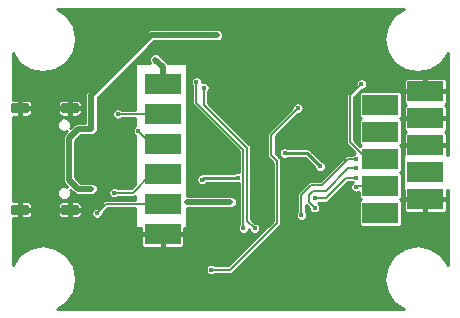
<source format=gbl>
G04*
G04  File:            QL_PICOVGA_V2.GBL, Sun Mar 30 12:24:59 2025*
G04  Format:          Gerber Format (RS-274-D), ASCII*
G04*
G04  Format Options:  Absolute Positioning*
G04                   Leading-Zero Suppression*
G04                   Scale Factor 1:1*
G04                   NO Circular Interpolation*
G04                   Inch Units*
G04                   Numeric Format: 4.4 (XXXX.XXXX)*
G04                   G54 NOT Used for Aperture Change*
G04                   Apertures Embedded*
G04*
G04  File Options:    Offset = (0.0mil,0.0mil)*
G04                   Drill Symbol Size = 80.0mil*
G04                   No Pad/Via Holes*
G04*
G04  File Contents:   Pads*
G04                   Vias*
G04                   No Designators*
G04                   No Types*
G04                   No Values*
G04                   No Drill Symbols*
G04                   Bottom*
G04*
%INQL_PICOVGA_V2.GBL*%
%ICAS*%
%MOIN*%
G04*
G04  Aperture MACROs for general use --- invoked via D-code assignment *
G04*
G04  General MACRO for flashed round with rotation and/or offset hole *
%AMROTOFFROUND*
1,1,$1,0.0000,0.0000*
1,0,$2,$3,$4*%
G04*
G04  General MACRO for flashed oval (obround) with rotation and/or offset hole *
%AMROTOFFOVAL*
21,1,$1,$2,0.0000,0.0000,$3*
1,1,$4,$5,$6*
1,1,$4,0-$5,0-$6*
1,0,$7,$8,$9*%
G04*
G04  General MACRO for flashed oval (obround) with rotation and no hole *
%AMROTOVALNOHOLE*
21,1,$1,$2,0.0000,0.0000,$3*
1,1,$4,$5,$6*
1,1,$4,0-$5,0-$6*%
G04*
G04  General MACRO for flashed rectangle with rotation and/or offset hole *
%AMROTOFFRECT*
21,1,$1,$2,0.0000,0.0000,$3*
1,0,$4,$5,$6*%
G04*
G04  General MACRO for flashed rectangle with rotation and no hole *
%AMROTRECTNOHOLE*
21,1,$1,$2,0.0000,0.0000,$3*%
G04*
G04  General MACRO for flashed rounded-rectangle *
%AMROUNDRECT*
21,1,$1,$2-$4,0.0000,0.0000,$3*
21,1,$1-$4,$2,0.0000,0.0000,$3*
1,1,$4,$5,$6*
1,1,$4,$7,$8*
1,1,$4,0-$5,0-$6*
1,1,$4,0-$7,0-$8*
1,0,$9,$10,$11*%
G04*
G04  General MACRO for flashed rounded-rectangle with rotation and no hole *
%AMROUNDRECTNOHOLE*
21,1,$1,$2-$4,0.0000,0.0000,$3*
21,1,$1-$4,$2,0.0000,0.0000,$3*
1,1,$4,$5,$6*
1,1,$4,$7,$8*
1,1,$4,0-$5,0-$6*
1,1,$4,0-$7,0-$8*%
G04*
G04  General MACRO for flashed regular polygon *
%AMREGPOLY*
5,1,$1,0.0000,0.0000,$2,$3+$4*
1,0,$5,$6,$7*%
G04*
G04  General MACRO for flashed regular polygon with no hole *
%AMREGPOLYNOHOLE*
5,1,$1,0.0000,0.0000,$2,$3+$4*%
G04*
G04  General MACRO for target *
%AMTARGET*
6,0,0,$1,$2,$3,4,$4,$5,$6*%
G04*
G04  General MACRO for mounting hole *
%AMMTHOLE*
1,1,$1,0,0*
1,0,$2,0,0*
$1=$1-$2*
$1=$1/2*
21,1,$2+$1,$3,0,0,$4*
21,1,$3,$2+$1,0,0,$4*%
G04*
G04*
G04  D10 : "Ellipse X4.0mil Y4.0mil H0.0mil 0.0deg (0.0mil,0.0mil) Draw"*
G04  Disc: OuterDia=0.0040*
%ADD10C, 0.0040*%
G04  D11 : "Ellipse X10.0mil Y10.0mil H0.0mil 0.0deg (0.0mil,0.0mil) Draw"*
G04  Disc: OuterDia=0.0100*
%ADD11C, 0.0100*%
G04  D12 : "Ellipse X11.0mil Y11.0mil H0.0mil 0.0deg (0.0mil,0.0mil) Draw"*
G04  Disc: OuterDia=0.0110*
%ADD12C, 0.0110*%
G04  D13 : "Ellipse X12.0mil Y12.0mil H0.0mil 0.0deg (0.0mil,0.0mil) Draw"*
G04  Disc: OuterDia=0.0120*
%ADD13C, 0.0120*%
G04  D14 : "Ellipse X14.0mil Y14.0mil H0.0mil 0.0deg (0.0mil,0.0mil) Draw"*
G04  Disc: OuterDia=0.0140*
%ADD14C, 0.0140*%
G04  D15 : "Ellipse X15.0mil Y15.0mil H0.0mil 0.0deg (0.0mil,0.0mil) Draw"*
G04  Disc: OuterDia=0.0150*
%ADD15C, 0.0150*%
G04  D16 : "Ellipse X16.0mil Y16.0mil H0.0mil 0.0deg (0.0mil,0.0mil) Draw"*
G04  Disc: OuterDia=0.0160*
%ADD16C, 0.0160*%
G04  D17 : "Ellipse X2.0mil Y2.0mil H0.0mil 0.0deg (0.0mil,0.0mil) Draw"*
G04  Disc: OuterDia=0.0020*
%ADD17C, 0.0020*%
G04  D18 : "Ellipse X2.0mil Y2.0mil H0.0mil 0.0deg (0.0mil,0.0mil) Draw"*
G04  Disc: OuterDia=0.0020*
%ADD18C, 0.0020*%
G04  D19 : "Ellipse X20.0mil Y20.0mil H0.0mil 0.0deg (0.0mil,0.0mil) Draw"*
G04  Disc: OuterDia=0.0200*
%ADD19C, 0.0200*%
G04  D20 : "Ellipse X32.0mil Y32.0mil H0.0mil 0.0deg (0.0mil,0.0mil) Draw"*
G04  Disc: OuterDia=0.0320*
%ADD20C, 0.0320*%
G04  D21 : "Ellipse X6.0mil Y6.0mil H0.0mil 0.0deg (0.0mil,0.0mil) Draw"*
G04  Disc: OuterDia=0.0060*
%ADD21C, 0.0060*%
G04  D22 : "Ellipse X8.0mil Y8.0mil H0.0mil 0.0deg (0.0mil,0.0mil) Draw"*
G04  Disc: OuterDia=0.0080*
%ADD22C, 0.0080*%
G04  D23 : "Ellipse X196.9mil Y196.9mil H0.0mil 0.0deg (0.0mil,0.0mil) Flash"*
G04  Disc: OuterDia=0.1969*
%ADD23C, 0.1969*%
G04  D24 : "Ellipse X25.6mil Y25.6mil H0.0mil 0.0deg (0.0mil,0.0mil) Flash"*
G04  Disc: OuterDia=0.0256*
%ADD24C, 0.0256*%
G04  D25 : "Ellipse X30.0mil Y30.0mil H0.0mil 0.0deg (0.0mil,0.0mil) Flash"*
G04  Disc: OuterDia=0.0300*
%ADD25C, 0.0300*%
G04  D26 : "Mounting Hole X196.9mil Y196.9mil H0.0mil 0.0deg (0.0mil,0.0mil) Flash"*
G04  Mounting Hole: Diameter=0.1969, Rotation=0.0, LineWidth=0.0050 *
%ADD26MTHOLE, 0.1969 X0.1769 X0.0050 X0.0*%
G04  D27 : "Mounting Hole X25.6mil Y25.6mil H0.0mil 0.0deg (0.0mil,0.0mil) Flash"*
G04  Mounting Hole: Diameter=0.0256, Rotation=0.0, LineWidth=0.0050 *
%ADD27MTHOLE, 0.0256 X0.0056 X0.0050 X0.0*%
G04  D28 : "Rounded Rectangle X59.1mil Y35.4mil H0.0mil 0.0deg (0.0mil,0.0mil) Flash"*
G04  RoundRct: DimX=0.0591, DimY=0.0354, CornerRad=0.0089, Rotation=0.0, OffsetX=0.0000, OffsetY=0.0000, HoleDia=0.0000 *
%ADD28ROUNDRECTNOHOLE, 0.0591 X0.0354 X0.0 X0.0177 X-0.0207 X-0.0089 X-0.0207 X0.0089*%
G04  D29 : "Rounded Rectangle X70.9mil Y39.4mil H0.0mil 0.0deg (0.0mil,0.0mil) Flash"*
G04  RoundRct: DimX=0.0709, DimY=0.0394, CornerRad=0.0098, Rotation=0.0, OffsetX=0.0000, OffsetY=0.0000, HoleDia=0.0000 *
%ADD29ROUNDRECTNOHOLE, 0.0709 X0.0394 X0.0 X0.0197 X-0.0256 X-0.0098 X-0.0256 X0.0098*%
G04  D30 : "Rounded Rectangle X82.7mil Y39.4mil H0.0mil 0.0deg (0.0mil,0.0mil) Flash"*
G04  RoundRct: DimX=0.0827, DimY=0.0394, CornerRad=0.0098, Rotation=0.0, OffsetX=0.0000, OffsetY=0.0000, HoleDia=0.0000 *
%ADD30ROUNDRECTNOHOLE, 0.0827 X0.0394 X0.0 X0.0197 X-0.0315 X-0.0098 X-0.0315 X0.0098*%
G04  D31 : "Rectangle X45.3mil Y11.8mil H0.0mil 0.0deg (0.0mil,0.0mil) Flash"*
G04  Rectangular: DimX=0.0453, DimY=0.0118, Rotation=0.0, OffsetX=0.0000, OffsetY=0.0000, HoleDia=0.0000 *
%ADD31R, 0.0453 X0.0118*%
G04  D32 : "Rectangle X120.0mil Y70.0mil H0.0mil 0.0deg (0.0mil,0.0mil) Flash"*
G04  Rectangular: DimX=0.1200, DimY=0.0700, Rotation=0.0, OffsetX=0.0000, OffsetY=0.0000, HoleDia=0.0000 *
%ADD32R, 0.1200 X0.0700*%
G04  D33 : "Rectangle X126.0mil Y126.0mil H0.0mil 0.0deg (0.0mil,0.0mil) Flash"*
G04  Square: Side=0.1260, Rotation=0.0, OffsetX=0.0000, OffsetY=0.0000, HoleDia=0.0000*
%ADD33R, 0.1260 X0.1260*%
G04  D34 : "Rectangle X129.9mil Y129.9mil H0.0mil 0.0deg (0.0mil,0.0mil) Flash"*
G04  Square: Side=0.1299, Rotation=0.0, OffsetX=0.0000, OffsetY=0.0000, HoleDia=0.0000*
%ADD34R, 0.1299 X0.1299*%
G04  D35 : "Rectangle X45.3mil Y23.6mil H0.0mil 0.0deg (0.0mil,0.0mil) Flash"*
G04  Rectangular: DimX=0.0453, DimY=0.0236, Rotation=0.0, OffsetX=0.0000, OffsetY=0.0000, HoleDia=0.0000 *
%ADD35R, 0.0453 X0.0236*%
G04  D36 : "Rectangle X32.0mil Y32.0mil H0.0mil 0.0deg (0.0mil,0.0mil) Flash"*
G04  Square: Side=0.0320, Rotation=0.0, OffsetX=0.0000, OffsetY=0.0000, HoleDia=0.0000*
%ADD36R, 0.0320 X0.0320*%
G04  D37 : "Rectangle X35.4mil Y11.8mil H0.0mil 0.0deg (0.0mil,0.0mil) Flash"*
G04  Rectangular: DimX=0.0354, DimY=0.0118, Rotation=0.0, OffsetX=0.0000, OffsetY=0.0000, HoleDia=0.0000 *
%ADD37R, 0.0354 X0.0118*%
G04  D38 : "Rectangle X35.4mil Y7.9mil H0.0mil 0.0deg (0.0mil,0.0mil) Flash"*
G04  Rectangular: DimX=0.0354, DimY=0.0079, Rotation=0.0, OffsetX=0.0000, OffsetY=0.0000, HoleDia=0.0000 *
%ADD38R, 0.0354 X0.0079*%
G04  D39 : "Rectangle X7.9mil Y35.4mil H0.0mil 0.0deg (0.0mil,0.0mil) Flash"*
G04  Rectangular: DimX=0.0079, DimY=0.0354, Rotation=0.0, OffsetX=0.0000, OffsetY=0.0000, HoleDia=0.0000 *
%ADD39R, 0.0079 X0.0354*%
G04  D40 : "Rectangle X22.0mil Y40.0mil H0.0mil 0.0deg (0.0mil,0.0mil) Flash"*
G04  Rectangular: DimX=0.0220, DimY=0.0400, Rotation=0.0, OffsetX=0.0000, OffsetY=0.0000, HoleDia=0.0000 *
%ADD40R, 0.0220 X0.0400*%
G04  D41 : "Rectangle X60.0mil Y40.0mil H0.0mil 0.0deg (0.0mil,0.0mil) Flash"*
G04  Rectangular: DimX=0.0600, DimY=0.0400, Rotation=0.0, OffsetX=0.0000, OffsetY=0.0000, HoleDia=0.0000 *
%ADD41R, 0.0600 X0.0400*%
G04  D42 : "Rectangle X40.0mil Y50.0mil H0.0mil 0.0deg (0.0mil,0.0mil) Flash"*
G04  Rectangular: DimX=0.0400, DimY=0.0500, Rotation=0.0, OffsetX=0.0000, OffsetY=0.0000, HoleDia=0.0000 *
%ADD42R, 0.0400 X0.0500*%
G04  D43 : "Rectangle X55.1mil Y35.4mil H0.0mil 0.0deg (0.0mil,0.0mil) Flash"*
G04  Rectangular: DimX=0.0551, DimY=0.0354, Rotation=0.0, OffsetX=0.0000, OffsetY=0.0000, HoleDia=0.0000 *
%ADD43R, 0.0551 X0.0354*%
G04  D44 : "Rectangle X9.8mil Y65.0mil H0.0mil 0.0deg (0.0mil,0.0mil) Flash"*
G04  Rectangular: DimX=0.0098, DimY=0.0650, Rotation=0.0, OffsetX=0.0000, OffsetY=0.0000, HoleDia=0.0000 *
%ADD44R, 0.0098 X0.0650*%
G04  D45 : "Ellipse X16.0mil Y16.0mil H0.0mil 0.0deg (0.0mil,0.0mil) Flash"*
G04  Disc: OuterDia=0.0160*
%ADD45C, 0.0160*%
G04*
%FSLAX44Y44*%
%SFA1B1*%
%OFA0.0000B0.0000*%
G04*
G70*
G90*
G01*
D2*
%LNBottom*%
D21*
X17375Y15500*
X17062Y15187D1*
D2*
D19*
X16125Y17687*
Y16312D1*
X16437Y16000*
X16875*
X17562Y20312D2*
D1*
D2*
D12*
X20625Y16375*
X20562Y16312D1*
D2*
D21*
X18875Y17500*
X19250D1*
X18437Y17937D2*
X18875Y17500D1*
X19250Y16500D2*
X18875D1*
X18250Y15875*
D2*
D19*
X19250Y19500*
Y20062D1*
X19000Y20312*
D2*
D21*
X20625Y18812*
Y19375D1*
X20375Y18875D2*
Y19562D1*
X22312Y14687D2*
X22062Y14937D1*
X21500Y13312D2*
X23062Y14875D1*
X22875Y17812D2*
Y17125D1*
X23062Y16937*
X23875Y15812D2*
Y15125D1*
D2*
D19*
X22437Y19687*
D1*
D2*
D21*
X25687Y16375*
X25375D1*
X25437Y16687D2*
X25687D1*
X25437Y17000D2*
X25687D1*
X26500D2*
X26062D1*
X25500Y17562*
X25437Y17000D2*
X24562Y16125D1*
D2*
D12*
X24062Y17187*
X24500Y16750D1*
D2*
D21*
X24125Y15562*
X24312Y15375D1*
X25375Y16375D2*
X24687Y15687D1*
X24312*
X25437Y16687D2*
X24687Y15937D1*
X24250*
X24125Y15812D2*
Y15562D1*
X24250Y15937D2*
X24125Y15812D1*
X24562Y16125D2*
X24187D1*
X26500Y16100D2*
X25725D1*
X25687Y16062*
X25500Y19125D2*
X25875Y19500D1*
D2*
D19*
X16875Y18000*
X16437D1*
X16125Y17687*
X16875Y19125D2*
Y18000D1*
D2*
D21*
X22062Y17375*
Y14937D1*
X21937Y14687D2*
Y17312D1*
X23062Y14875D2*
Y16937D1*
X22875Y17812D2*
X23750Y18687D1*
X25500Y17562D2*
Y19125D1*
X20875Y13312D2*
X21500D1*
D2*
D12*
X23312Y17187*
X24062D1*
X21750Y16375D2*
X20625D1*
D2*
D21*
X17375Y15500*
X19250D1*
X18250Y15875D2*
X17625D1*
D2*
D19*
X21500Y15562*
X20062D1*
D2*
D21*
X24187Y16125*
X23875Y15812D1*
X17750Y18500D2*
X19250D1*
D2*
D19*
X21062Y21125*
X18875D1*
D2*
D21*
X22062Y17375*
X20625Y18812D1*
X21937Y17312D2*
X20375Y18875D1*
D2*
D19*
X18875Y21125*
X16875Y19125D1*
D2*
D11*
X27277Y22000*
X15722D1*
X16038Y21788*
X16280Y21426*
X16365Y21000*
X16280Y20573*
X16038Y20211*
X15676Y19969*
X15250Y19884*
X14823Y19969*
X14461Y20211*
X14250Y20527*
Y18975*
X14273Y18980*
X14726*
X14784Y18968*
X14849Y18924*
X14893Y18858*
X14905Y18801*
Y18584*
X14893Y18526*
X14849Y18461*
X14784Y18417*
X14726Y18405*
X14273*
X14250Y18410*
Y15589*
X14273Y15594*
X14726*
X14784Y15582*
X14849Y15538*
X14893Y15473*
X14905Y15415*
Y15198*
X14893Y15141*
X14849Y15075*
X14784Y15031*
X14726Y15019*
X14273*
X14250Y15024*
Y13472*
X14461Y13788*
X14823Y14030*
X15250Y14115*
X15676Y14030*
X16038Y13788*
X16280Y13426*
X16365Y13000*
X16280Y12573*
X16038Y12211*
X15722Y12000*
X27277*
X26961Y12211*
X26719Y12573*
X26634Y13000*
X26719Y13426*
X26961Y13788*
X27323Y14030*
X27750Y14115*
X28176Y14030*
X28538Y13788*
X28750Y13472*
Y15950*
X28710*
Y15289*
X28703Y15257*
X28679Y15220*
X28642Y15196*
X28610Y15190*
X27389*
X27357Y15196*
X27320Y15220*
X27296Y15257*
X27290Y15289*
Y15950*
X27250*
Y17137*
X27290*
Y17810*
X27296Y17842*
X27320Y17879*
X27351Y17900*
X27320Y17920*
X27296Y17957*
X27290Y17989*
Y18710*
X27296Y18742*
X27320Y18779*
X27351Y18800*
X27320Y18820*
X27296Y18857*
X27290Y18889*
Y19610*
X27296Y19642*
X27320Y19679*
X27357Y19703*
X27389Y19710*
X28610*
X28642Y19703*
X28679Y19679*
X28703Y19642*
X28710Y19610*
Y18889*
X28703Y18857*
X28679Y18820*
X28648Y18800*
X28679Y18779*
X28703Y18742*
X28710Y18710*
Y17989*
X28703Y17957*
X28679Y17920*
X28648Y17900*
X28679Y17879*
X28703Y17842*
X28710Y17810*
Y17137*
X28750*
Y20527*
X28538Y20211*
X28176Y19969*
X27750Y19884*
X27323Y19969*
X26961Y20211*
X26719Y20573*
X26634Y21000*
X26719Y21426*
X26961Y21788*
X27277Y22000*
X19118Y20490D2*
X19421Y20187D1*
X20062*
Y15772*
X21541*
X21618Y15740*
X21678Y15681*
X21710Y15604*
Y15520*
X21678Y15443*
X21618Y15384*
X21541Y15352*
X20062*
Y14687*
X19960*
Y14139*
X19953Y14107*
X19929Y14070*
X19892Y14046*
X19860Y14040*
X18639*
X18607Y14046*
X18570Y14070*
X18546Y14107*
X18540Y14139*
Y14687*
X18312*
Y15360*
X17432*
X17255Y15182*
X17241Y15113*
X17199Y15050*
X17136Y15008*
X17062Y14993*
X16988Y15008*
X16925Y15050*
X16883Y15113*
X16868Y15187*
X16883Y15261*
X16925Y15324*
X16988Y15366*
X17057Y15380*
X17256Y15579*
X17295Y15618*
X17347Y15640*
X18312*
Y15749*
X18277Y15735*
X17757*
X17699Y15696*
X17625Y15681*
X17550Y15696*
X17488Y15738*
X17446Y15800*
X17431Y15875*
X17446Y15949*
X17488Y16011*
X17550Y16053*
X17625Y16068*
X17699Y16053*
X17757Y16015*
X18192*
X18312Y16135*
Y17792*
X18300Y17800*
X18258Y17863*
X18243Y17937*
X18258Y18011*
X18300Y18074*
X18312Y18082*
Y18360*
X17882*
X17824Y18321*
X17750Y18306*
X17675Y18321*
X17613Y18363*
X17571Y18425*
X17556Y18500*
X17571Y18574*
X17613Y18636*
X17675Y18678*
X17750Y18693*
X17824Y18678*
X17882Y18640*
X18312*
Y20187*
X18828*
X18821Y20193*
X18790Y20270*
Y20354*
X18821Y20431*
X18881Y20490*
X18958Y20522*
X19041*
X19118Y20490*
X16437Y18968D2*
X16503Y18924D1*
X16547Y18858*
X16558Y18801*
Y18584*
X16547Y18526*
X16503Y18461*
X16437Y18417*
X16379Y18405*
X15927*
X15869Y18417*
X15803Y18461*
X15759Y18526*
X15748Y18584*
Y18801*
X15759Y18858*
X15803Y18924*
X15869Y18968*
X15927Y18980*
X16379*
X16437Y18968*
X21181Y21303D2*
X21240Y21243D1*
X21272Y21166*
Y21083*
X21240Y21006*
X21181Y20946*
X21104Y20915*
X18961*
X17085Y19038*
Y17958*
X17053Y17881*
X16993Y17821*
X16916Y17790*
X16524*
X16335Y17600*
Y16399*
X16524Y16210*
X16916*
X16993Y16178*
X17053Y16118*
X17085Y16041*
Y15958*
X17053Y15881*
X16993Y15821*
X16916Y15790*
X16395*
X16318Y15821*
X16259Y15881*
X16163Y15976*
X16180Y15951*
X16199Y15858*
X16180Y15765*
X16128Y15686*
X16049Y15634*
X15956Y15615*
X15863Y15634*
X15785Y15686*
X15732Y15765*
X15714Y15858*
X15732Y15951*
X15785Y16029*
X15863Y16082*
X15956Y16100*
X16049Y16082*
X16075Y16065*
X16006Y16134*
X15946Y16193*
X15915Y16270*
Y16270*
Y16354*
Y17645*
Y17729*
Y17729*
X15946Y17806*
X16006Y17865*
X16075Y17934*
X16049Y17917*
X15956Y17899*
X15863Y17917*
X15785Y17970*
X15732Y18048*
X15714Y18141*
X15732Y18234*
X15785Y18313*
X15863Y18365*
X15956Y18384*
X16049Y18365*
X16128Y18313*
X16180Y18234*
X16199Y18141*
X16180Y18048*
X16163Y18023*
X16259Y18118*
X16318Y18178*
X16395Y18210*
X16665*
Y19083*
Y19166*
Y19166*
X16696Y19243*
X16756Y19303*
X18696Y21243*
X18756Y21303*
X18833Y21335*
X21104*
X21181Y21303*
X20449Y19741D2*
X20511Y19699D1*
X20553Y19636*
X20568Y19562*
X20567Y19557*
X20625Y19568*
X20699Y19553*
X20761Y19511*
X20803Y19449*
X20818Y19375*
X20803Y19300*
X20765Y19242*
Y18870*
X22141Y17493*
X22181Y17454*
X22202Y17402*
Y14995*
X22317Y14880*
X22386Y14866*
X22449Y14824*
X22491Y14761*
X22506Y14687*
X22491Y14613*
X22449Y14550*
X22386Y14508*
X22312Y14493*
X22238Y14508*
X22175Y14550*
X22133Y14613*
X22125Y14656*
X22116Y14613*
X22074Y14550*
X22011Y14508*
X21937Y14493*
X21863Y14508*
X21800Y14550*
X21758Y14613*
X21743Y14687*
X21758Y14761*
X21797Y14819*
Y16190*
X21750Y16181*
X21675Y16196*
X21654Y16210*
X20722*
X20699Y16175*
X20636Y16133*
X20562Y16118*
X20488Y16133*
X20425Y16175*
X20383Y16238*
X20368Y16312*
X20383Y16386*
X20425Y16449*
X20488Y16491*
X20513Y16496*
X20531Y16514*
X20574Y16532*
X20592Y16540*
X21654*
X21675Y16553*
X21750Y16568*
X21797Y16559*
Y17254*
X20295Y18756*
X20256Y18795*
X20235Y18847*
Y18902*
Y19430*
X20196Y19488*
X20181Y19562*
X20196Y19636*
X20238Y19699*
X20300Y19741*
X20375Y19756*
X20449Y19741*
X23386Y17366D2*
X23407Y17352D1*
X24095*
X24113Y17345*
X24155Y17327*
X24202Y17280*
Y17280*
X24549Y16933*
X24574Y16928*
X24636Y16886*
X24678Y16824*
X24693Y16750*
X24678Y16675*
X24636Y16613*
X24574Y16571*
X24500Y16556*
X24425Y16571*
X24363Y16613*
X24321Y16675*
X24316Y16700*
X23994Y17022*
X23407*
X23386Y17008*
X23312Y16993*
X23238Y17008*
X23175Y17050*
X23133Y17113*
X23118Y17187*
X23133Y17261*
X23175Y17324*
X23238Y17366*
X23312Y17381*
X23386Y17366*
X16437Y15582D2*
X16503Y15538D1*
X16547Y15473*
X16558Y15415*
Y15198*
X16547Y15141*
X16503Y15075*
X16437Y15031*
X16379Y15019*
X15927*
X15869Y15031*
X15803Y15075*
X15759Y15141*
X15748Y15198*
Y15415*
X15759Y15473*
X15803Y15538*
X15869Y15582*
X15927Y15594*
X16379*
X16437Y15582*
X25949Y19678D2*
X26011Y19636D1*
X26053Y19574*
X26068Y19500*
X26053Y19425*
X26011Y19363*
X25949Y19321*
X25880Y19307*
X25640Y19067*
Y17620*
X25826Y17433*
X25851Y17450*
X25820Y17470*
X25796Y17507*
X25790Y17539*
Y18260*
X25796Y18292*
X25820Y18329*
X25851Y18350*
X25820Y18370*
X25796Y18407*
X25790Y18439*
Y19160*
X25796Y19192*
X25820Y19229*
X25857Y19253*
X25889Y19260*
X27110*
X27142Y19253*
X27179Y19229*
X27203Y19192*
X27210Y19160*
Y18439*
X27203Y18407*
X27179Y18370*
X27148Y18350*
X27179Y18329*
X27203Y18292*
X27210Y18260*
Y17539*
X27203Y17507*
X27179Y17470*
X27148Y17450*
X27179Y17429*
X27203Y17392*
X27210Y17360*
Y16639*
X27203Y16607*
X27179Y16570*
X27148Y16550*
X27179Y16529*
X27203Y16492*
X27210Y16460*
Y15739*
X27203Y15707*
X27179Y15670*
X27148Y15650*
X27179Y15629*
X27203Y15592*
X27210Y15560*
Y14839*
X27203Y14807*
X27179Y14770*
X27142Y14746*
X27110Y14740*
X25889*
X25857Y14746*
X25820Y14770*
X25796Y14807*
X25790Y14839*
Y15560*
X25796Y15592*
X25820Y15629*
X25851Y15650*
X25820Y15670*
X25796Y15707*
X25790Y15739*
Y15902*
X25761Y15883*
X25687Y15868*
X25613Y15883*
X25550Y15925*
X25508Y15988*
X25493Y16062*
X25508Y16136*
X25550Y16199*
X25579Y16218*
X25555Y16235*
X25432*
X24806Y15608*
X24766Y15568*
X24715Y15547*
X24444*
X24420Y15531*
X24449Y15511*
X24491Y15449*
X24506Y15375*
X24491Y15300*
X24449Y15238*
X24386Y15196*
X24312Y15181*
X24238Y15196*
X24175Y15238*
X24133Y15300*
X24119Y15369*
X24045Y15443*
X24015Y15474*
Y15257*
X24053Y15199*
X24068Y15125*
X24053Y15050*
X24011Y14988*
X23949Y14946*
X23875Y14931*
X23800Y14946*
X23738Y14988*
X23696Y15050*
X23681Y15125*
X23696Y15199*
X23735Y15257*
Y15784*
Y15840*
X23756Y15891*
X23795Y15931*
X24068Y16204*
X24108Y16243*
X24159Y16265*
X24504*
X25318Y17079*
X25358Y17118*
X25409Y17140*
X25555*
X25613Y17178*
X25673Y17190*
X25420Y17443*
X25381Y17483*
X25360Y17534*
Y17590*
Y19097*
Y19152*
X25381Y19204*
X25420Y19243*
X25682Y19505*
X25696Y19574*
X25738Y19636*
X25800Y19678*
X25875Y19693*
X25949Y19678*
X23824Y18866D2*
X23886Y18824D1*
X23928Y18761*
X23943Y18687*
X23928Y18613*
X23886Y18550*
X23824Y18508*
X23755Y18494*
X23015Y17754*
Y17182*
X23141Y17056*
X23181Y17016*
X23202Y16965*
Y14902*
Y14847*
X23181Y14795*
X21618Y13233*
X21579Y13193*
X21527Y13172*
X21007*
X20949Y13133*
X20875Y13118*
X20800Y13133*
X20738Y13175*
X20696Y13238*
X20681Y13312*
X20696Y13386*
X20738Y13449*
X20800Y13491*
X20875Y13506*
X20949Y13491*
X21007Y13452*
X21442*
X22922Y14932*
Y16879*
X22795Y17006*
X22756Y17045*
X22735Y17097*
Y17152*
Y17784*
Y17840*
X22756Y17891*
X22795Y17931*
X23557Y18692*
X23571Y18761*
X23613Y18824*
X23675Y18866*
X23750Y18881*
X23824Y18866*
X15722Y12000D2*
X27277D1*
X15835Y12075D2*
X27164D1*
X15947Y12150D2*
X27052D1*
X16048Y12225D2*
X26951D1*
X16098Y12300D2*
X26901D1*
X16148Y12375D2*
X26851D1*
X16198Y12450D2*
X26801D1*
X16248Y12525D2*
X26751D1*
X16286Y12600D2*
X26713D1*
X16301Y12675D2*
X26698D1*
X16315Y12750D2*
X26684D1*
X16330Y12825D2*
X26669D1*
X16345Y12900D2*
X26654D1*
X16360Y12975D2*
X26639D1*
X16355Y13050D2*
X26644D1*
X16340Y13125D2*
X20843D1*
X20906D2*
X26659D1*
X16325Y13200D2*
X20721D1*
X21585D2*
X26674D1*
X16310Y13275D2*
X20688D1*
X21660D2*
X26689D1*
X16296Y13350D2*
X20688D1*
X21735D2*
X26703D1*
X16281Y13425D2*
X20721D1*
X21810D2*
X26718D1*
X14250Y13500D2*
X14268D1*
X16231D2*
X20843D1*
X20906D2*
X21489D1*
X21885D2*
X26768D1*
X28731D2*
X28750D1*
X14250Y13575D2*
X14318D1*
X16181D2*
X21564D1*
X21960D2*
X26818D1*
X28681D2*
X28750D1*
X14250Y13650D2*
X14368D1*
X16131D2*
X21639D1*
X22035D2*
X26868D1*
X28631D2*
X28750D1*
X14250Y13725D2*
X14418D1*
X16081D2*
X21714D1*
X22110D2*
X26918D1*
X28581D2*
X28750D1*
X14250Y13800D2*
X14477D1*
X16022D2*
X21789D1*
X22185D2*
X26977D1*
X28522D2*
X28750D1*
X14250Y13875D2*
X14589D1*
X15910D2*
X21864D1*
X22260D2*
X27089D1*
X28410D2*
X28750D1*
X14250Y13950D2*
X14702D1*
X15797D2*
X21939D1*
X22335D2*
X27202D1*
X28297D2*
X28750D1*
X14250Y14025D2*
X14814D1*
X15685D2*
X22014D1*
X22410D2*
X27314D1*
X28185D2*
X28750D1*
X14250Y14100D2*
X15171D1*
X15328D2*
X18551D1*
X19948D2*
X22089D1*
X22485D2*
X27671D1*
X27828D2*
X28750D1*
X14250Y14175D2*
X18540D1*
X19960D2*
X22164D1*
X22560D2*
X28750D1*
X14250Y14250D2*
X18540D1*
X19960D2*
X22239D1*
X22635D2*
X28750D1*
X14250Y14325D2*
X18540D1*
X19960D2*
X22314D1*
X22710D2*
X28750D1*
X14250Y14400D2*
X18540D1*
X19960D2*
X22389D1*
X22785D2*
X28750D1*
X14250Y14475D2*
X18540D1*
X19960D2*
X22464D1*
X22860D2*
X28750D1*
X14250Y14550D2*
X18540D1*
X19960D2*
X21801D1*
X22073D2*
X22176D1*
X22448D2*
X22539D1*
X22935D2*
X28750D1*
X14250Y14625D2*
X18540D1*
X19960D2*
X21756D1*
X22118D2*
X22131D1*
X22493D2*
X22614D1*
X23010D2*
X28750D1*
X14250Y14700D2*
X18312D1*
X20062D2*
X21746D1*
X22503D2*
X22689D1*
X23085D2*
X28750D1*
X14250Y14775D2*
X18312D1*
X20062D2*
X21767D1*
X22482D2*
X22764D1*
X23160D2*
X25817D1*
X27182D2*
X28750D1*
X14250Y14850D2*
X18312D1*
X20062D2*
X21797D1*
X22411D2*
X22839D1*
X23202D2*
X25790D1*
X27210D2*
X28750D1*
X14250Y14925D2*
X18312D1*
X20062D2*
X21797D1*
X22272D2*
X22914D1*
X23202D2*
X25790D1*
X27210D2*
X28750D1*
X14250Y15000D2*
X17031D1*
X17093D2*
X18312D1*
X20062D2*
X21797D1*
X22202D2*
X22922D1*
X23202D2*
X23730D1*
X24019D2*
X25790D1*
X27210D2*
X28750D1*
X14849Y15075D2*
X15804D1*
X16502D2*
X16909D1*
X17215D2*
X18312D1*
X20062D2*
X21797D1*
X22202D2*
X22922D1*
X23202D2*
X23691D1*
X24058D2*
X25790D1*
X27210D2*
X28750D1*
X14895Y15150D2*
X15758D1*
X16549D2*
X16876D1*
X17248D2*
X18312D1*
X20062D2*
X21797D1*
X22202D2*
X22922D1*
X23202D2*
X23686D1*
X24063D2*
X25790D1*
X27210D2*
X28750D1*
X14905Y15225D2*
X15748D1*
X16558D2*
X16876D1*
X17297D2*
X18312D1*
X20062D2*
X21797D1*
X22202D2*
X22922D1*
X23202D2*
X23713D1*
X24036D2*
X24195D1*
X24429D2*
X25790D1*
X27210D2*
X27317D1*
X28682D2*
X28750D1*
X14905Y15300D2*
X15748D1*
X16558D2*
X16909D1*
X17372D2*
X18312D1*
X20062D2*
X21797D1*
X22202D2*
X22922D1*
X23202D2*
X23735D1*
X24015D2*
X24134D1*
X24490D2*
X25790D1*
X27210D2*
X27290D1*
X28710D2*
X28750D1*
X14905Y15375D2*
X15748D1*
X16558D2*
X17031D1*
X21596D2*
X21797D1*
X22202D2*
X22922D1*
X23202D2*
X23735D1*
X24015D2*
X24114D1*
X24506D2*
X25790D1*
X27210D2*
X27290D1*
X28710D2*
X28750D1*
X14898Y15450D2*
X15755D1*
X16551D2*
X17127D1*
X21680D2*
X21797D1*
X22202D2*
X22922D1*
X23202D2*
X23735D1*
X24015D2*
X24039D1*
X24490D2*
X25790D1*
X27210D2*
X27290D1*
X28710D2*
X28750D1*
X14859Y15525D2*
X15794D1*
X16512D2*
X17202D1*
X21710D2*
X21797D1*
X22202D2*
X22922D1*
X23202D2*
X23735D1*
X24429D2*
X25790D1*
X27210D2*
X27290D1*
X28710D2*
X28750D1*
X14250Y15600D2*
X17277D1*
X21710D2*
X21797D1*
X22202D2*
X22922D1*
X23202D2*
X23735D1*
X24797D2*
X25801D1*
X27198D2*
X27290D1*
X28710D2*
X28750D1*
X14250Y15675D2*
X15802D1*
X16110D2*
X18312D1*
X21680D2*
X21797D1*
X22202D2*
X22922D1*
X23202D2*
X23735D1*
X24872D2*
X25817D1*
X27182D2*
X27290D1*
X28710D2*
X28750D1*
X14250Y15750D2*
X15742D1*
X16170D2*
X17480D1*
X21596D2*
X21797D1*
X22202D2*
X22922D1*
X23202D2*
X23735D1*
X24947D2*
X25790D1*
X27210D2*
X27290D1*
X28710D2*
X28750D1*
X14250Y15825D2*
X15720D1*
X16192D2*
X16315D1*
X16996D2*
X17441D1*
X20062D2*
X21797D1*
X22202D2*
X22922D1*
X23202D2*
X23735D1*
X25022D2*
X25790D1*
X27210D2*
X27290D1*
X28710D2*
X28750D1*
X14250Y15900D2*
X15722D1*
X16191D2*
X16240D1*
X17060D2*
X17436D1*
X20062D2*
X21797D1*
X22202D2*
X22922D1*
X23202D2*
X23764D1*
X25097D2*
X25588D1*
X25786D2*
X25790D1*
X27210D2*
X27290D1*
X28710D2*
X28750D1*
X14250Y15975D2*
X15748D1*
X16164D2*
X16165D1*
X17085D2*
X17463D1*
X20062D2*
X21797D1*
X22202D2*
X22922D1*
X23202D2*
X23839D1*
X25172D2*
X25517D1*
X27210D2*
X27250D1*
X14250Y16050D2*
X15815D1*
X17081D2*
X17544D1*
X17705D2*
X18227D1*
X20062D2*
X21797D1*
X22202D2*
X22922D1*
X23202D2*
X23914D1*
X25247D2*
X25496D1*
X27210D2*
X27250D1*
X14250Y16125D2*
X16015D1*
X17046D2*
X18302D1*
X20062D2*
X20531D1*
X20593D2*
X21797D1*
X22202D2*
X22922D1*
X23202D2*
X23989D1*
X25322D2*
X25506D1*
X27210D2*
X27250D1*
X14250Y16200D2*
X15944D1*
X16940D2*
X18312D1*
X20062D2*
X20409D1*
X20715D2*
X21669D1*
X22202D2*
X22922D1*
X23202D2*
X24064D1*
X25397D2*
X25551D1*
X27210D2*
X27250D1*
X14250Y16275D2*
X15915D1*
X16459D2*
X18312D1*
X20062D2*
X20376D1*
X22202D2*
X22922D1*
X23202D2*
X24514D1*
X27210D2*
X27250D1*
X14250Y16350D2*
X15915D1*
X16384D2*
X18312D1*
X20062D2*
X20376D1*
X22202D2*
X22922D1*
X23202D2*
X24589D1*
X27210D2*
X27250D1*
X14250Y16425D2*
X15915D1*
X16335D2*
X18312D1*
X20062D2*
X20409D1*
X22202D2*
X22922D1*
X23202D2*
X24664D1*
X27210D2*
X27250D1*
X14250Y16500D2*
X15915D1*
X16335D2*
X18312D1*
X20062D2*
X20516D1*
X22202D2*
X22922D1*
X23202D2*
X24739D1*
X27198D2*
X27250D1*
X14250Y16575D2*
X15915D1*
X16335D2*
X18312D1*
X20062D2*
X21797D1*
X22202D2*
X22922D1*
X23202D2*
X24419D1*
X24580D2*
X24814D1*
X27182D2*
X27250D1*
X14250Y16650D2*
X15915D1*
X16335D2*
X18312D1*
X20062D2*
X21797D1*
X22202D2*
X22922D1*
X23202D2*
X24338D1*
X24661D2*
X24889D1*
X27210D2*
X27250D1*
X14250Y16725D2*
X15915D1*
X16335D2*
X18312D1*
X20062D2*
X21797D1*
X22202D2*
X22922D1*
X23202D2*
X24291D1*
X24688D2*
X24964D1*
X27210D2*
X27250D1*
X14250Y16800D2*
X15915D1*
X16335D2*
X18312D1*
X20062D2*
X21797D1*
X22202D2*
X22922D1*
X23202D2*
X24216D1*
X24683D2*
X25039D1*
X27210D2*
X27250D1*
X14250Y16875D2*
X15915D1*
X16335D2*
X18312D1*
X20062D2*
X21797D1*
X22202D2*
X22922D1*
X23202D2*
X24141D1*
X24644D2*
X25114D1*
X27210D2*
X27250D1*
X14250Y16950D2*
X15915D1*
X16335D2*
X18312D1*
X20062D2*
X21797D1*
X22202D2*
X22852D1*
X23202D2*
X24066D1*
X24533D2*
X25189D1*
X27210D2*
X27250D1*
X14250Y17025D2*
X15915D1*
X16335D2*
X18312D1*
X20062D2*
X21797D1*
X22202D2*
X22777D1*
X23172D2*
X23213D1*
X24458D2*
X25264D1*
X27210D2*
X27250D1*
X14250Y17100D2*
X15915D1*
X16335D2*
X18312D1*
X20062D2*
X21797D1*
X22202D2*
X22735D1*
X23097D2*
X23142D1*
X24383D2*
X25339D1*
X27210D2*
X27250D1*
X14250Y17175D2*
X15915D1*
X16335D2*
X18312D1*
X20062D2*
X21797D1*
X22202D2*
X22735D1*
X23022D2*
X23121D1*
X24308D2*
X25607D1*
X27210D2*
X27290D1*
X28710D2*
X28750D1*
X14250Y17250D2*
X15915D1*
X16335D2*
X18312D1*
X20062D2*
X21797D1*
X22202D2*
X22735D1*
X23015D2*
X23131D1*
X24233D2*
X25614D1*
X27210D2*
X27290D1*
X28710D2*
X28750D1*
X14250Y17325D2*
X15915D1*
X16335D2*
X18312D1*
X20062D2*
X21727D1*
X22202D2*
X22735D1*
X23015D2*
X23176D1*
X24158D2*
X25539D1*
X27210D2*
X27290D1*
X28710D2*
X28750D1*
X14250Y17400D2*
X15915D1*
X16335D2*
X18312D1*
X20062D2*
X21652D1*
X22202D2*
X22735D1*
X23015D2*
X25464D1*
X27198D2*
X27290D1*
X28710D2*
X28750D1*
X14250Y17475D2*
X15915D1*
X16335D2*
X18312D1*
X20062D2*
X21577D1*
X22160D2*
X22735D1*
X23015D2*
X25389D1*
X25785D2*
X25817D1*
X27182D2*
X27290D1*
X28710D2*
X28750D1*
X14250Y17550D2*
X15915D1*
X16335D2*
X18312D1*
X20062D2*
X21502D1*
X22085D2*
X22735D1*
X23015D2*
X25360D1*
X25710D2*
X25790D1*
X27210D2*
X27290D1*
X28710D2*
X28750D1*
X14250Y17625D2*
X15915D1*
X16359D2*
X18312D1*
X20062D2*
X21427D1*
X22010D2*
X22735D1*
X23015D2*
X25360D1*
X25640D2*
X25790D1*
X27210D2*
X27290D1*
X28710D2*
X28750D1*
X14250Y17700D2*
X15915D1*
X16434D2*
X18312D1*
X20062D2*
X21352D1*
X21935D2*
X22735D1*
X23015D2*
X25360D1*
X25640D2*
X25790D1*
X27210D2*
X27290D1*
X28710D2*
X28750D1*
X14250Y17775D2*
X15933D1*
X16509D2*
X18312D1*
X20062D2*
X21277D1*
X21860D2*
X22735D1*
X23035D2*
X25360D1*
X25640D2*
X25790D1*
X27210D2*
X27290D1*
X28710D2*
X28750D1*
X14250Y17850D2*
X15990D1*
X17021D2*
X18267D1*
X20062D2*
X21202D1*
X21785D2*
X22738D1*
X23110D2*
X25360D1*
X25640D2*
X25790D1*
X27210D2*
X27301D1*
X28698D2*
X28750D1*
X14250Y17925D2*
X15852D1*
X16060D2*
X16065D1*
X17071D2*
X18246D1*
X20062D2*
X21127D1*
X21710D2*
X22789D1*
X23185D2*
X25360D1*
X25640D2*
X25790D1*
X27210D2*
X27317D1*
X28682D2*
X28750D1*
X14250Y18000D2*
X15765D1*
X17085D2*
X18256D1*
X20062D2*
X21052D1*
X21635D2*
X22864D1*
X23260D2*
X25360D1*
X25640D2*
X25790D1*
X27210D2*
X27290D1*
X28710D2*
X28750D1*
X14250Y18075D2*
X15727D1*
X16186D2*
X16215D1*
X17085D2*
X18301D1*
X20062D2*
X20977D1*
X21560D2*
X22939D1*
X23335D2*
X25360D1*
X25640D2*
X25790D1*
X27210D2*
X27290D1*
X28710D2*
X28750D1*
X14250Y18150D2*
X15715D1*
X16197D2*
X16290D1*
X17085D2*
X18312D1*
X20062D2*
X20902D1*
X21485D2*
X23014D1*
X23410D2*
X25360D1*
X25640D2*
X25790D1*
X27210D2*
X27290D1*
X28710D2*
X28750D1*
X14250Y18225D2*
X15730D1*
X16182D2*
X16665D1*
X17085D2*
X18312D1*
X20062D2*
X20827D1*
X21410D2*
X23089D1*
X23485D2*
X25360D1*
X25640D2*
X25790D1*
X27210D2*
X27290D1*
X28710D2*
X28750D1*
X14250Y18300D2*
X15776D1*
X16137D2*
X16665D1*
X17085D2*
X18312D1*
X20062D2*
X20752D1*
X21335D2*
X23164D1*
X23560D2*
X25360D1*
X25640D2*
X25801D1*
X27198D2*
X27290D1*
X28710D2*
X28750D1*
X14250Y18375D2*
X15909D1*
X16003D2*
X16665D1*
X17085D2*
X17605D1*
X20062D2*
X20677D1*
X21260D2*
X23239D1*
X23635D2*
X25360D1*
X25640D2*
X25817D1*
X27182D2*
X27290D1*
X28710D2*
X28750D1*
X14833Y18450D2*
X15820D1*
X16486D2*
X16665D1*
X17085D2*
X17566D1*
X20062D2*
X20602D1*
X21185D2*
X23314D1*
X23710D2*
X25360D1*
X25640D2*
X25790D1*
X27210D2*
X27290D1*
X28710D2*
X28750D1*
X14892Y18525D2*
X15761D1*
X16546D2*
X16665D1*
X17085D2*
X17561D1*
X20062D2*
X20527D1*
X21110D2*
X23389D1*
X23848D2*
X25360D1*
X25640D2*
X25790D1*
X27210D2*
X27290D1*
X28710D2*
X28750D1*
X14905Y18600D2*
X15748D1*
X16558D2*
X16665D1*
X17085D2*
X17588D1*
X20062D2*
X20452D1*
X21035D2*
X23464D1*
X23920D2*
X25360D1*
X25640D2*
X25790D1*
X27210D2*
X27290D1*
X28710D2*
X28750D1*
X14905Y18675D2*
X15748D1*
X16558D2*
X16665D1*
X17085D2*
X17669D1*
X17830D2*
X18312D1*
X20062D2*
X20377D1*
X20960D2*
X23539D1*
X23941D2*
X25360D1*
X25640D2*
X25790D1*
X27210D2*
X27290D1*
X28710D2*
X28750D1*
X14905Y18750D2*
X15748D1*
X16558D2*
X16665D1*
X17085D2*
X18312D1*
X20062D2*
X20302D1*
X20885D2*
X23568D1*
X23931D2*
X25360D1*
X25640D2*
X25790D1*
X27210D2*
X27301D1*
X28698D2*
X28750D1*
X14900Y18825D2*
X15753D1*
X16554D2*
X16665D1*
X17085D2*
X18312D1*
X20062D2*
X20244D1*
X20810D2*
X23613D1*
X23886D2*
X25360D1*
X25640D2*
X25790D1*
X27210D2*
X27317D1*
X28682D2*
X28750D1*
X14866Y18900D2*
X15787D1*
X16519D2*
X16665D1*
X17085D2*
X18312D1*
X20062D2*
X20235D1*
X20765D2*
X25360D1*
X25640D2*
X25790D1*
X27210D2*
X27290D1*
X28710D2*
X28750D1*
X14751Y18975D2*
X15901D1*
X16405D2*
X16665D1*
X17085D2*
X18312D1*
X20062D2*
X20235D1*
X20765D2*
X25360D1*
X25640D2*
X25790D1*
X27210D2*
X27290D1*
X28710D2*
X28750D1*
X14250Y19050D2*
X16665D1*
X17096D2*
X18312D1*
X20062D2*
X20235D1*
X20765D2*
X25360D1*
X25640D2*
X25790D1*
X27210D2*
X27290D1*
X28710D2*
X28750D1*
X14250Y19125D2*
X16665D1*
X17171D2*
X18312D1*
X20062D2*
X20235D1*
X20765D2*
X25360D1*
X25697D2*
X25790D1*
X27210D2*
X27290D1*
X28710D2*
X28750D1*
X14250Y19200D2*
X16678D1*
X17246D2*
X18312D1*
X20062D2*
X20235D1*
X20765D2*
X25379D1*
X25772D2*
X25801D1*
X27198D2*
X27290D1*
X28710D2*
X28750D1*
X14250Y19275D2*
X16728D1*
X17321D2*
X18312D1*
X20062D2*
X20235D1*
X20786D2*
X25452D1*
X25847D2*
X27290D1*
X28710D2*
X28750D1*
X14250Y19350D2*
X16803D1*
X17396D2*
X18312D1*
X20062D2*
X20235D1*
X20813D2*
X25527D1*
X25992D2*
X27290D1*
X28710D2*
X28750D1*
X14250Y19425D2*
X16878D1*
X17471D2*
X18312D1*
X20062D2*
X20235D1*
X20808D2*
X25602D1*
X26053D2*
X27290D1*
X28710D2*
X28750D1*
X14250Y19500D2*
X16953D1*
X17546D2*
X18312D1*
X20062D2*
X20193D1*
X20769D2*
X25677D1*
X26068D2*
X27290D1*
X28710D2*
X28750D1*
X14250Y19575D2*
X17028D1*
X17621D2*
X18312D1*
X20062D2*
X20183D1*
X20566D2*
X25696D1*
X26053D2*
X27290D1*
X28710D2*
X28750D1*
X14250Y19650D2*
X17103D1*
X17696D2*
X18312D1*
X20062D2*
X20204D1*
X20545D2*
X25757D1*
X25992D2*
X27301D1*
X28698D2*
X28750D1*
X14250Y19725D2*
X17178D1*
X17771D2*
X18312D1*
X20062D2*
X20276D1*
X20473D2*
X28750D1*
X14250Y19800D2*
X17253D1*
X17846D2*
X18312D1*
X20062D2*
X28750D1*
X14250Y19875D2*
X17328D1*
X17921D2*
X18312D1*
X20062D2*
X28750D1*
X14250Y19950D2*
X14919D1*
X15580D2*
X17403D1*
X17996D2*
X18312D1*
X20062D2*
X27419D1*
X28080D2*
X28750D1*
X14250Y20025D2*
X14739D1*
X15760D2*
X17478D1*
X18071D2*
X18312D1*
X20062D2*
X27239D1*
X28260D2*
X28750D1*
X14250Y20100D2*
X14627D1*
X15872D2*
X17553D1*
X18146D2*
X18312D1*
X20062D2*
X27127D1*
X28372D2*
X28750D1*
X14250Y20175D2*
X14515D1*
X15984D2*
X17628D1*
X18221D2*
X18312D1*
X20062D2*
X27015D1*
X28484D2*
X28750D1*
X14250Y20250D2*
X14435D1*
X16064D2*
X17703D1*
X18296D2*
X18798D1*
X19359D2*
X26935D1*
X28564D2*
X28750D1*
X14250Y20325D2*
X14384D1*
X16115D2*
X17778D1*
X18371D2*
X18790D1*
X19284D2*
X26884D1*
X28615D2*
X28750D1*
X14250Y20400D2*
X14334D1*
X16165D2*
X17853D1*
X18446D2*
X18808D1*
X19209D2*
X26834D1*
X28665D2*
X28750D1*
X14250Y20475D2*
X14284D1*
X16215D2*
X17928D1*
X18521D2*
X18865D1*
X19134D2*
X26784D1*
X28715D2*
X28750D1*
X16265Y20550D2*
X18003D1*
X18596D2*
X26734D1*
X16291Y20625D2*
X18078D1*
X18671D2*
X26708D1*
X16306Y20700D2*
X18153D1*
X18746D2*
X26693D1*
X16320Y20775D2*
X18228D1*
X18821D2*
X26679D1*
X16335Y20850D2*
X18303D1*
X18896D2*
X26664D1*
X16350Y20925D2*
X18378D1*
X21128D2*
X26649D1*
X16365Y21000D2*
X18453D1*
X21234D2*
X26634D1*
X16350Y21075D2*
X18528D1*
X21269D2*
X26649D1*
X16335Y21150D2*
X18603D1*
X21272D2*
X26664D1*
X16320Y21225D2*
X18678D1*
X21248D2*
X26679D1*
X16306Y21300D2*
X18753D1*
X21184D2*
X26693D1*
X16291Y21375D2*
X26708D1*
X16265Y21450D2*
X26734D1*
X16215Y21525D2*
X26784D1*
X16165Y21600D2*
X26834D1*
X16115Y21675D2*
X26884D1*
X16064Y21750D2*
X26935D1*
X15984Y21825D2*
X27015D1*
X15872Y21900D2*
X27127D1*
X15760Y21975D2*
X27239D1*
D2*
D15*
X14500Y15232*
Y15019D1*
X14575Y15307D2*
X14905D1*
X14500Y15382D2*
Y15594D1*
Y18617D2*
Y18405D1*
X14575Y18692D2*
X14905D1*
X14500Y18767D2*
Y18980D1*
X16153Y15232D2*
Y15019D1*
X16228Y15307D2*
X16558D1*
X16153Y15382D2*
Y15594D1*
X16078Y15307D2*
X15748D1*
X16153Y18617D2*
Y18405D1*
X16228Y18692D2*
X16558D1*
X16153Y18767D2*
Y18980D1*
X16078Y18692D2*
X15748D1*
X19175Y14500D2*
X18540D1*
X19325D2*
X19960D1*
X19250Y14425D2*
Y14040D1*
X28075Y15650D2*
X28710D1*
X28000Y15575D2*
Y15190D1*
X27925Y15650D2*
X27290D1*
X28075Y17450D2*
X28710D1*
X27925D2*
X27290D1*
X28075Y19250D2*
X28710D1*
X27925D2*
X27290D1*
X28000Y19325D2*
Y19710D1*
X28075Y18350D2*
X28710D1*
X27925D2*
X27290D1*
D2*
D45*
X17562Y13687D3*
X16500Y14000D3*
X16937Y12187D3*
X17625Y15875D3*
X17062Y15187D3*
X16875Y16000D3*
X17000Y15500D3*
X17875Y17812D3*
X17562Y20312D3*
Y19062D3*
X16500Y20000D3*
X17750Y18500D3*
Y21750D3*
X16750D3*
X18937Y13625D3*
X20875Y13312D3*
X18750Y12125D3*
X19937D3*
X20562Y16312D3*
X18187D3*
X20062Y15562D3*
X19000Y20312D3*
X20625Y19375D3*
X20375Y19562D3*
X20125Y19187D3*
X18125Y18125D3*
X18750Y21750D3*
X21937Y14687D3*
X22312D3*
X22937Y13562D3*
X21187Y12125D3*
X22125D3*
X23687D3*
X21750Y16375D3*
X22312Y16312D3*
Y16687D3*
X22750D3*
Y16312D3*
X23312Y17187D3*
X23875Y15125D3*
X21500Y15562D3*
X23750Y18687D3*
X23437Y20875D3*
X22437Y19687D3*
X23750Y21687D3*
X25033Y13591D3*
X26250Y14500D3*
X25500Y12500D3*
X25687Y16375D3*
Y16687D3*
Y17000D3*
Y16062D3*
X25750Y15750D3*
X24500Y16750D3*
X25312Y15937D3*
X24312Y15375D3*
Y15687D3*
X25875Y19500D3*
X26750Y20250D3*
X24750Y20000D3*
X25500Y19500D3*
X24750Y21250D3*
X28000Y14687D3*
X16875Y18000D3*
X18437Y17937D3*
X20562Y15062D3*
X24312D3*
D32*
X19250Y15500D3*
Y14500D3*
Y18500D3*
Y17500D3*
Y19500D3*
Y16500D3*
D45*
X21000Y13812D3*
X17937Y12187D3*
X21062Y21125D3*
X27000Y14500D3*
D26*
D45*
X24000Y18000D3*
D26*
D32*
X26500Y15200D3*
Y16100D3*
Y17900D3*
Y18800D3*
Y17000D3*
X28000Y15650D3*
Y19250D3*
Y18350D3*
Y17450D3*
Y16550D3*
D27*
D28*
X16153Y18692D3*
X14500D3*
X16153Y15307D3*
X14500D3*
D02M02*

</source>
